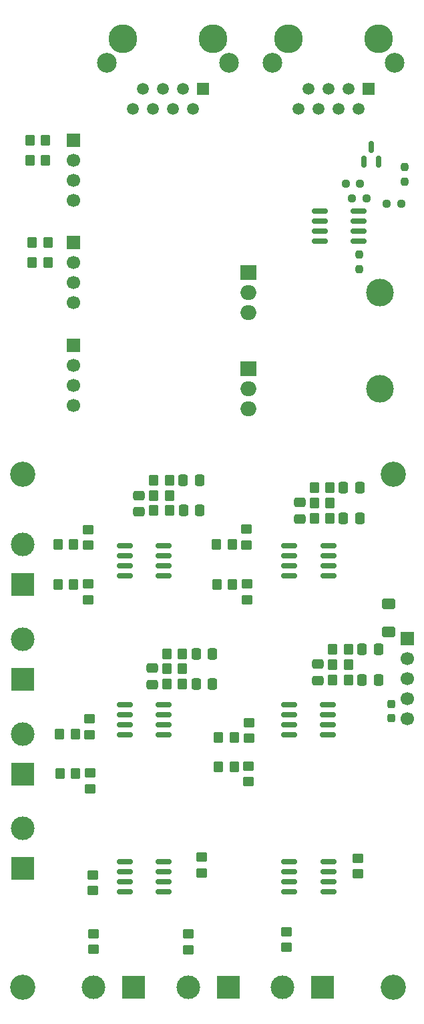
<source format=gbr>
%TF.GenerationSoftware,KiCad,Pcbnew,9.0.2-9.0.2-0~ubuntu24.04.1*%
%TF.CreationDate,2025-05-30T10:58:56-03:00*%
%TF.ProjectId,MSG25,4d534732-352e-46b6-9963-61645f706362,rev?*%
%TF.SameCoordinates,Original*%
%TF.FileFunction,Soldermask,Bot*%
%TF.FilePolarity,Negative*%
%FSLAX46Y46*%
G04 Gerber Fmt 4.6, Leading zero omitted, Abs format (unit mm)*
G04 Created by KiCad (PCBNEW 9.0.2-9.0.2-0~ubuntu24.04.1) date 2025-05-30 10:58:56*
%MOMM*%
%LPD*%
G01*
G04 APERTURE LIST*
G04 Aperture macros list*
%AMRoundRect*
0 Rectangle with rounded corners*
0 $1 Rounding radius*
0 $2 $3 $4 $5 $6 $7 $8 $9 X,Y pos of 4 corners*
0 Add a 4 corners polygon primitive as box body*
4,1,4,$2,$3,$4,$5,$6,$7,$8,$9,$2,$3,0*
0 Add four circle primitives for the rounded corners*
1,1,$1+$1,$2,$3*
1,1,$1+$1,$4,$5*
1,1,$1+$1,$6,$7*
1,1,$1+$1,$8,$9*
0 Add four rect primitives between the rounded corners*
20,1,$1+$1,$2,$3,$4,$5,0*
20,1,$1+$1,$4,$5,$6,$7,0*
20,1,$1+$1,$6,$7,$8,$9,0*
20,1,$1+$1,$8,$9,$2,$3,0*%
G04 Aperture macros list end*
%ADD10C,3.650000*%
%ADD11R,1.500000X1.500000*%
%ADD12C,1.500000*%
%ADD13C,2.500000*%
%ADD14R,1.700000X1.700000*%
%ADD15C,1.700000*%
%ADD16C,3.200000*%
%ADD17R,3.000000X3.000000*%
%ADD18C,3.000000*%
%ADD19C,3.500000*%
%ADD20R,2.000000X1.905000*%
%ADD21O,2.000000X1.905000*%
%ADD22RoundRect,0.250000X0.350000X0.450000X-0.350000X0.450000X-0.350000X-0.450000X0.350000X-0.450000X0*%
%ADD23RoundRect,0.250000X-0.337500X-0.475000X0.337500X-0.475000X0.337500X0.475000X-0.337500X0.475000X0*%
%ADD24RoundRect,0.250000X-0.475000X0.337500X-0.475000X-0.337500X0.475000X-0.337500X0.475000X0.337500X0*%
%ADD25RoundRect,0.150000X0.825000X0.150000X-0.825000X0.150000X-0.825000X-0.150000X0.825000X-0.150000X0*%
%ADD26RoundRect,0.250000X-0.600000X0.400000X-0.600000X-0.400000X0.600000X-0.400000X0.600000X0.400000X0*%
%ADD27RoundRect,0.237500X0.237500X-0.300000X0.237500X0.300000X-0.237500X0.300000X-0.237500X-0.300000X0*%
%ADD28RoundRect,0.237500X0.250000X0.237500X-0.250000X0.237500X-0.250000X-0.237500X0.250000X-0.237500X0*%
%ADD29RoundRect,0.250000X-0.350000X-0.450000X0.350000X-0.450000X0.350000X0.450000X-0.350000X0.450000X0*%
%ADD30RoundRect,0.250000X-0.450000X0.350000X-0.450000X-0.350000X0.450000X-0.350000X0.450000X0.350000X0*%
%ADD31RoundRect,0.250000X0.450000X-0.350000X0.450000X0.350000X-0.450000X0.350000X-0.450000X-0.350000X0*%
%ADD32RoundRect,0.150000X0.150000X-0.587500X0.150000X0.587500X-0.150000X0.587500X-0.150000X-0.587500X0*%
%ADD33RoundRect,0.150000X-0.825000X-0.150000X0.825000X-0.150000X0.825000X0.150000X-0.825000X0.150000X0*%
%ADD34RoundRect,0.237500X-0.250000X-0.237500X0.250000X-0.237500X0.250000X0.237500X-0.250000X0.237500X0*%
%ADD35RoundRect,0.237500X-0.237500X0.250000X-0.237500X-0.250000X0.237500X-0.250000X0.237500X0.250000X0*%
G04 APERTURE END LIST*
D10*
%TO.C,J106*%
X160860000Y-37325000D03*
X149430000Y-37325000D03*
D11*
X159590000Y-43675000D03*
D12*
X158320000Y-46215000D03*
X157050000Y-43675000D03*
X155780000Y-46215000D03*
X154510000Y-43675000D03*
X153240000Y-46215000D03*
X151970000Y-43675000D03*
X150700000Y-46215000D03*
D13*
X162895000Y-40375000D03*
X147395000Y-40375000D03*
%TD*%
D14*
%TO.C,J102*%
X164460000Y-113395000D03*
D15*
X164460000Y-115935000D03*
X164460000Y-118475000D03*
X164460000Y-121015000D03*
X164460000Y-123555000D03*
%TD*%
D16*
%TO.C,H101*%
X115700000Y-92555000D03*
%TD*%
D17*
%TO.C,-Temp1+1*%
X129740000Y-157555000D03*
D18*
X124660000Y-157555000D03*
%TD*%
D19*
%TO.C,U103*%
X160990000Y-69525000D03*
D20*
X144330000Y-66985000D03*
D21*
X144330000Y-69525000D03*
X144330000Y-72065000D03*
%TD*%
D19*
%TO.C,U502*%
X160990000Y-81725000D03*
D20*
X144330000Y-79185000D03*
D21*
X144330000Y-81725000D03*
X144330000Y-84265000D03*
%TD*%
D17*
%TO.C,Cell3*%
X115700000Y-130555000D03*
D18*
X115700000Y-125475000D03*
%TD*%
D17*
%TO.C,-Temp3+1*%
X153740000Y-157555000D03*
D18*
X148660000Y-157555000D03*
%TD*%
D14*
%TO.C,J9*%
X122100000Y-63205000D03*
D15*
X122100000Y-65745000D03*
X122100000Y-68285000D03*
X122100000Y-70825000D03*
%TD*%
D17*
%TO.C,+Banco1-1*%
X115700000Y-142555000D03*
D18*
X115700000Y-137475000D03*
%TD*%
D17*
%TO.C,Cell2*%
X115700000Y-118555000D03*
D18*
X115700000Y-113475000D03*
%TD*%
D14*
%TO.C,J101*%
X122100000Y-76205000D03*
D15*
X122100000Y-78745000D03*
X122100000Y-81285000D03*
X122100000Y-83825000D03*
%TD*%
D16*
%TO.C,H103*%
X115700000Y-157555000D03*
%TD*%
D14*
%TO.C,J8*%
X122100000Y-50205000D03*
D15*
X122100000Y-52745000D03*
X122100000Y-55285000D03*
X122100000Y-57825000D03*
%TD*%
D16*
%TO.C,H104*%
X162700000Y-157555000D03*
%TD*%
D10*
%TO.C,J105*%
X139860000Y-37325000D03*
X128430000Y-37325000D03*
D11*
X138590000Y-43675000D03*
D12*
X137320000Y-46215000D03*
X136050000Y-43675000D03*
X134780000Y-46215000D03*
X133510000Y-43675000D03*
X132240000Y-46215000D03*
X130970000Y-43675000D03*
X129700000Y-46215000D03*
D13*
X141895000Y-40375000D03*
X126395000Y-40375000D03*
%TD*%
D17*
%TO.C,Cell1*%
X115700000Y-106555000D03*
D18*
X115700000Y-101475000D03*
%TD*%
D17*
%TO.C,-Temp2+1*%
X141740000Y-157555000D03*
D18*
X136660000Y-157555000D03*
%TD*%
D22*
%TO.C,R35*%
X118610000Y-50225000D03*
X116610000Y-50225000D03*
%TD*%
D23*
%TO.C,C10*%
X156372500Y-98125000D03*
X158447500Y-98125000D03*
%TD*%
D24*
%TO.C,C7*%
X130410000Y-95237500D03*
X130410000Y-97312500D03*
%TD*%
D22*
%TO.C,R26*%
X154660000Y-94225000D03*
X152660000Y-94225000D03*
%TD*%
D25*
%TO.C,U6*%
X154410000Y-121745000D03*
X154410000Y-123015000D03*
X154410000Y-124285000D03*
X154410000Y-125555000D03*
X149460000Y-125555000D03*
X149460000Y-124285000D03*
X149460000Y-123015000D03*
X149460000Y-121745000D03*
%TD*%
D16*
%TO.C,H102*%
X162700000Y-92555000D03*
%TD*%
D26*
%TO.C,D109*%
X162060000Y-109025000D03*
X162060000Y-112525000D03*
%TD*%
D23*
%TO.C,C14*%
X158722500Y-114725000D03*
X160797500Y-114725000D03*
%TD*%
D24*
%TO.C,C12*%
X132110000Y-117137500D03*
X132110000Y-119212500D03*
%TD*%
D27*
%TO.C,C101*%
X162410000Y-123437500D03*
X162410000Y-121712500D03*
%TD*%
D22*
%TO.C,R29*%
X135960000Y-115325000D03*
X133960000Y-115325000D03*
%TD*%
D23*
%TO.C,C6*%
X156372500Y-94225000D03*
X158447500Y-94225000D03*
%TD*%
D28*
%TO.C,R128*%
X158472500Y-55695000D03*
X156647500Y-55695000D03*
%TD*%
D29*
%TO.C,R5*%
X120410000Y-130525000D03*
X122410000Y-130525000D03*
%TD*%
%TO.C,R38*%
X116910000Y-65725000D03*
X118910000Y-65725000D03*
%TD*%
D22*
%TO.C,R19*%
X122360000Y-125475000D03*
X120360000Y-125475000D03*
%TD*%
D23*
%TO.C,C13*%
X137672500Y-119125000D03*
X139747500Y-119125000D03*
%TD*%
D30*
%TO.C,R20*%
X124160000Y-123575000D03*
X124160000Y-125575000D03*
%TD*%
D25*
%TO.C,U3*%
X133560000Y-141695000D03*
X133560000Y-142965000D03*
X133560000Y-144235000D03*
X133560000Y-145505000D03*
X128610000Y-145505000D03*
X128610000Y-144235000D03*
X128610000Y-142965000D03*
X128610000Y-141695000D03*
%TD*%
D22*
%TO.C,R17*%
X142260000Y-101425000D03*
X140260000Y-101425000D03*
%TD*%
D30*
%TO.C,R4*%
X144110000Y-106475000D03*
X144110000Y-108475000D03*
%TD*%
D29*
%TO.C,R33*%
X155010000Y-116705000D03*
X157010000Y-116705000D03*
%TD*%
D22*
%TO.C,R21*%
X142510000Y-125925000D03*
X140510000Y-125925000D03*
%TD*%
D23*
%TO.C,C9*%
X136072500Y-97175000D03*
X138147500Y-97175000D03*
%TD*%
D30*
%TO.C,R8*%
X144310000Y-129525000D03*
X144310000Y-131525000D03*
%TD*%
D31*
%TO.C,R15*%
X158160000Y-143225000D03*
X158160000Y-141225000D03*
%TD*%
D29*
%TO.C,R3*%
X140310000Y-106575000D03*
X142310000Y-106575000D03*
%TD*%
D31*
%TO.C,R10*%
X138410000Y-143075000D03*
X138410000Y-141075000D03*
%TD*%
D29*
%TO.C,R30*%
X133960000Y-117225000D03*
X135960000Y-117225000D03*
%TD*%
D22*
%TO.C,R23*%
X134310000Y-93325000D03*
X132310000Y-93325000D03*
%TD*%
D32*
%TO.C,D107*%
X160840000Y-52935000D03*
X158940000Y-52935000D03*
X159890000Y-51060000D03*
%TD*%
D22*
%TO.C,R25*%
X134310000Y-97175000D03*
X132310000Y-97175000D03*
%TD*%
D31*
%TO.C,R14*%
X149160000Y-152525000D03*
X149160000Y-150525000D03*
%TD*%
D33*
%TO.C,U501*%
X153335000Y-62980000D03*
X153335000Y-61710000D03*
X153335000Y-60440000D03*
X153335000Y-59170000D03*
X158285000Y-59170000D03*
X158285000Y-60440000D03*
X158285000Y-61710000D03*
X158285000Y-62980000D03*
%TD*%
D34*
%TO.C,R125*%
X161867500Y-58265000D03*
X163692500Y-58265000D03*
%TD*%
D31*
%TO.C,R11*%
X124660000Y-152775000D03*
X124660000Y-150775000D03*
%TD*%
D35*
%TO.C,R124*%
X158340000Y-64752500D03*
X158340000Y-66577500D03*
%TD*%
D22*
%TO.C,R28*%
X154660000Y-98125000D03*
X152660000Y-98125000D03*
%TD*%
D25*
%TO.C,U1*%
X133560000Y-101615000D03*
X133560000Y-102885000D03*
X133560000Y-104155000D03*
X133560000Y-105425000D03*
X128610000Y-105425000D03*
X128610000Y-104155000D03*
X128610000Y-102885000D03*
X128610000Y-101615000D03*
%TD*%
D34*
%TO.C,R126*%
X157437500Y-57595000D03*
X159262500Y-57595000D03*
%TD*%
D24*
%TO.C,C8*%
X150810000Y-96150000D03*
X150810000Y-98225000D03*
%TD*%
D22*
%TO.C,R34*%
X157010000Y-118625000D03*
X155010000Y-118625000D03*
%TD*%
D30*
%TO.C,R6*%
X124210000Y-130425000D03*
X124210000Y-132425000D03*
%TD*%
D29*
%TO.C,R1*%
X120160000Y-106575000D03*
X122160000Y-106575000D03*
%TD*%
D30*
%TO.C,R12*%
X124010000Y-99575000D03*
X124010000Y-101575000D03*
%TD*%
D29*
%TO.C,R7*%
X140510000Y-129625000D03*
X142510000Y-129625000D03*
%TD*%
D24*
%TO.C,C15*%
X153147500Y-116650000D03*
X153147500Y-118725000D03*
%TD*%
D22*
%TO.C,R32*%
X157010000Y-114775000D03*
X155010000Y-114775000D03*
%TD*%
D29*
%TO.C,R36*%
X116610000Y-52775000D03*
X118610000Y-52775000D03*
%TD*%
D23*
%TO.C,C16*%
X158722500Y-118625000D03*
X160797500Y-118625000D03*
%TD*%
D31*
%TO.C,R13*%
X124610000Y-145325000D03*
X124610000Y-143325000D03*
%TD*%
D25*
%TO.C,U4*%
X154460000Y-141705000D03*
X154460000Y-142975000D03*
X154460000Y-144245000D03*
X154460000Y-145515000D03*
X149510000Y-145515000D03*
X149510000Y-144245000D03*
X149510000Y-142975000D03*
X149510000Y-141705000D03*
%TD*%
D29*
%TO.C,R27*%
X152660000Y-96175000D03*
X154660000Y-96175000D03*
%TD*%
D23*
%TO.C,C11*%
X137685000Y-115325000D03*
X139760000Y-115325000D03*
%TD*%
D30*
%TO.C,R22*%
X144360000Y-124025000D03*
X144360000Y-126025000D03*
%TD*%
D35*
%TO.C,R127*%
X164160000Y-53632500D03*
X164160000Y-55457500D03*
%TD*%
D22*
%TO.C,R16*%
X122160000Y-101475000D03*
X120160000Y-101475000D03*
%TD*%
%TO.C,R31*%
X135960000Y-119125000D03*
X133960000Y-119125000D03*
%TD*%
D25*
%TO.C,U5*%
X133560000Y-121745000D03*
X133560000Y-123015000D03*
X133560000Y-124285000D03*
X133560000Y-125555000D03*
X128610000Y-125555000D03*
X128610000Y-124285000D03*
X128610000Y-123015000D03*
X128610000Y-121745000D03*
%TD*%
D22*
%TO.C,R37*%
X118910000Y-63225000D03*
X116910000Y-63225000D03*
%TD*%
D29*
%TO.C,R24*%
X132310000Y-95275000D03*
X134310000Y-95275000D03*
%TD*%
D25*
%TO.C,U2*%
X154460000Y-101625000D03*
X154460000Y-102895000D03*
X154460000Y-104165000D03*
X154460000Y-105435000D03*
X149510000Y-105435000D03*
X149510000Y-104165000D03*
X149510000Y-102895000D03*
X149510000Y-101625000D03*
%TD*%
D30*
%TO.C,R18*%
X144060000Y-99525000D03*
X144060000Y-101525000D03*
%TD*%
%TO.C,R2*%
X124010000Y-106475000D03*
X124010000Y-108475000D03*
%TD*%
D23*
%TO.C,C5*%
X136022500Y-93325000D03*
X138097500Y-93325000D03*
%TD*%
D31*
%TO.C,R9*%
X136660000Y-152825000D03*
X136660000Y-150825000D03*
%TD*%
M02*

</source>
